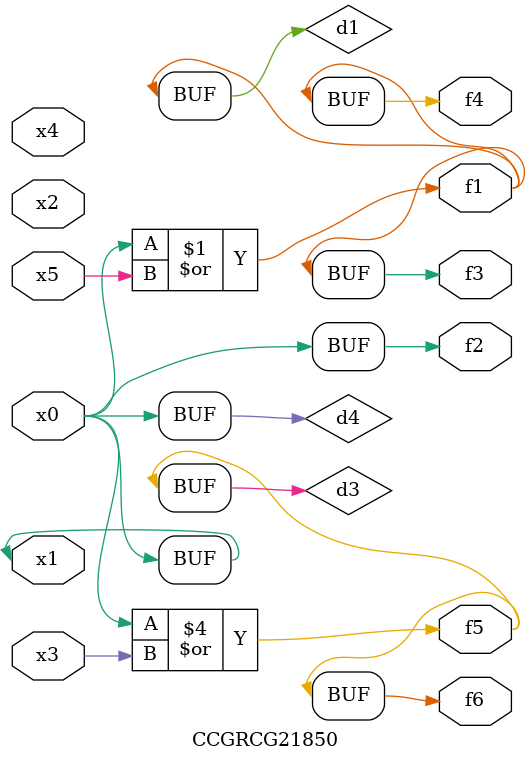
<source format=v>
module CCGRCG21850(
	input x0, x1, x2, x3, x4, x5,
	output f1, f2, f3, f4, f5, f6
);

	wire d1, d2, d3, d4;

	or (d1, x0, x5);
	xnor (d2, x1, x4);
	or (d3, x0, x3);
	buf (d4, x0, x1);
	assign f1 = d1;
	assign f2 = d4;
	assign f3 = d1;
	assign f4 = d1;
	assign f5 = d3;
	assign f6 = d3;
endmodule

</source>
